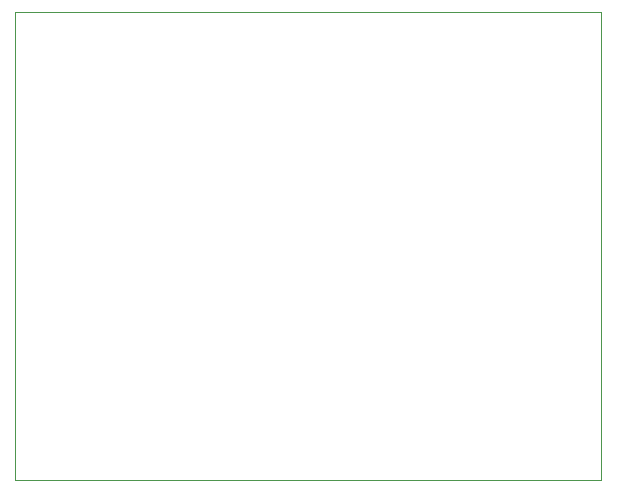
<source format=gbr>
%TF.GenerationSoftware,KiCad,Pcbnew,7.0.9*%
%TF.CreationDate,2023-12-22T17:37:28+01:00*%
%TF.ProjectId,driver_seperate,64726976-6572-45f7-9365-706572617465,rev?*%
%TF.SameCoordinates,Original*%
%TF.FileFunction,Profile,NP*%
%FSLAX46Y46*%
G04 Gerber Fmt 4.6, Leading zero omitted, Abs format (unit mm)*
G04 Created by KiCad (PCBNEW 7.0.9) date 2023-12-22 17:37:28*
%MOMM*%
%LPD*%
G01*
G04 APERTURE LIST*
%TA.AperFunction,Profile*%
%ADD10C,0.100000*%
%TD*%
G04 APERTURE END LIST*
D10*
X133197600Y-77317600D02*
X182829200Y-77317600D01*
X182829200Y-116941600D01*
X133197600Y-116941600D01*
X133197600Y-77317600D01*
M02*

</source>
